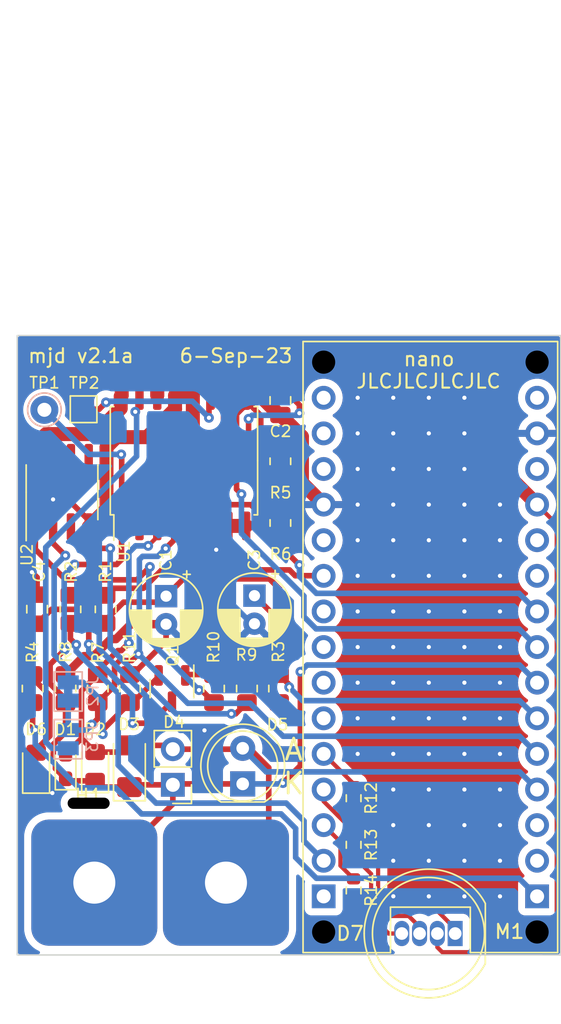
<source format=kicad_pcb>
(kicad_pcb (version 20221018) (generator pcbnew)
  (title_block (date "sam. 04 avril 2015"))
  (layers (0 "F.Cu" signal) (31 "B.Cu" signal) (34 "B.Paste" user) (35 "F.Paste" user) (36 "B.SilkS" user "B.Silkscreen") (37 "F.SilkS" user "F.Silkscreen") (38 "B.Mask" user) (39 "F.Mask" user) (44 "Edge.Cuts" user))
  (net 0 "")
  (net 1 "GND")
  (net 2 "/~{RESET}")
  (net 3 "Net-(JP2-A)")
  (net 4 "/*D9")
  (net 5 "/D8")
  (net 6 "/D7")
  (net 7 "/*D6")
  (net 8 "/*D5")
  (net 9 "/D4")
  (net 10 "+5V")
  (net 11 "/A3")
  (net 12 "/A2")
  (net 13 "/A1")
  (net 14 "/A0")
  (net 15 "/AREF")
  (net 16 "/D0{slash}RX")
  (net 17 "/D1{slash}TX")
  (net 18 "/A7")
  (net 19 "/A6")
  (net 20 "/A5{slash}SCL")
  (net 21 "/A4{slash}SDA")
  (net 22 "/D13{slash}SCK")
  (net 23 "/D2")
  (net 24 "/*D3")
  (net 25 "/*D10{slash}SS")
  (net 26 "/*D11{slash}MOSI")
  (net 27 "/D12{slash}MISO")
  (net 28 "Net-(D6-A)")
  (net 29 "+3.3V")
  (net 31 "Net-(U1-OSC)")
  (net 32 "Net-(JP3-A)")
  (net 33 "Net-(C3-Pad1)")
  (net 34 "Net-(Q1-B)")
  (net 35 "Net-(U2A-+)")
  (net 36 "Net-(R10-Pad2)")
  (net 40 "Net-(D7-RK)")
  (net 41 "Net-(D7-GK)")
  (net 42 "Net-(D7-BK)")
  (footprint "Resistor_SMD:R_0805_2012Metric_Pad1.20x1.40mm_HandSolder" (layer "F.Cu") (at 152.27 97.47 -90)
    (fp_text reference "R6")
    (fp_text value "10k")
  )
  (footprint "Resistor_SMD:R_0805_2012Metric_Pad1.20x1.40mm_HandSolder" (layer "F.Cu") (at 134.58 109.28 -90)
    (fp_text reference "R4")
    (fp_text value "1k")
  )
  (footprint "Package_SO:SOIC-16W_7.5x10.3mm_P1.27mm" (layer "F.Cu") (at 145.385 93.03 90)
    (fp_text reference "U1")
    (fp_text value "PCF8591")
  )
  (footprint "LED_SMD:LED_0805_2012Metric_Pad1.15x1.40mm_HandSolder" (layer "F.Cu") (at 134.83 114.88 90)
    (fp_text reference "D6")
    (fp_text value "GRN")
  )
  (footprint "Resistor_SMD:R_0805_2012Metric_Pad1.20x1.40mm_HandSolder" (layer "F.Cu") (at 149.88 109.28 90)
    (fp_text reference "R9")
    (fp_text value "2k7")
  )
  (footprint "Resistor_SMD:R_0805_2012Metric_Pad1.20x1.40mm_HandSolder" (layer "F.Cu") (at 152.27 93.07 90)
    (fp_text reference "R5")
    (fp_text value "10k")
  )
  (footprint "aalib:AlignmentSlot" (layer "F.Cu") (at 138.58 117.46)
    (fp_text reference "H1")
    (fp_text value "MountingHole")
  )
  (footprint "Resistor_SMD:R_0805_2012Metric_Pad1.20x1.40mm_HandSolder" (layer "F.Cu") (at 141.53 109.28 -90)
    (fp_text reference "R11")
    (fp_text value "1k")
  )
  (footprint "Resistor_SMD:R_0805_2012Metric_Pad1.20x1.40mm_HandSolder" (layer "F.Cu") (at 147.53 109.28 -90)
    (fp_text reference "R10")
    (fp_text value "470R")
  )
  (footprint "aalib:Arduino Mini" (layer "F.Cu") (at 162.98 106.32 180)
    (fp_text reference "M1")
    (fp_text value "Arduino_Mini")
  )
  (footprint "Package_TO_SOT_SMD:SOT-23" (layer "F.Cu") (at 144.53 109.28 -90)
    (fp_text reference "Q1")
    (fp_text value "MMBT3904")
  )
  (footprint "aalib:LED_D5.0mm" (layer "F.Cu") (at 149.58 116.08 90)
    (fp_text reference "D5")
    (fp_text value "GRN")
  )
  (footprint "TestPoint:TestPoint_Pad_1.5x1.5mm" (layer "F.Cu") (at 138.22 89.36 90)
    (fp_text reference "TP2")
    (fp_text value "TestPoint")
  )
  (footprint "Resistor_SMD:R_0603_1608Metric" (layer "F.Cu") (at 157.5 123.675 90)
    (fp_text reference "R14")
    (fp_text value "R")
  )
  (footprint "aalib:LED_D8.0mm-4_RGB" (layer "F.Cu") (at 164.75 126.75 180)
    (fp_text reference "D7")
    (fp_text value "LED_RAGB")
  )
  (footprint "LED_SMD:LED_0805_2012Metric_Pad1.15x1.40mm_HandSolder" (layer "F.Cu") (at 139.0425 114.837502 90)
    (fp_text reference "D2")
    (fp_text value "GRN")
  )
  (footprint "Resistor_SMD:R_0805_2012Metric_Pad1.20x1.40mm_HandSolder" (layer "F.Cu") (at 152.18 109.28 90)
    (fp_text reference "R3")
    (fp_text value "470R")
  )
  (footprint "Capacitor_THT:CP_Radial_D5.0mm_P2.00mm" (layer "F.Cu") (at 150.42 102.654888 -90)
    (fp_text reference "C3")
    (fp_text value "10u")
  )
  (footprint "Resistor_SMD:R_0805_2012Metric_Pad1.20x1.40mm_HandSolder" (layer "F.Cu") (at 139.23 109.28 -90)
    (fp_text reference "R7")
    (fp_text value "100R")
  )
  (footprint "Resistor_SMD:R_0603_1608Metric" (layer "F.Cu") (at 157.5 117.1 90)
    (fp_text reference "R12")
    (fp_text value "R")
  )
  (footprint "aalib:TestPad" (layer "F.Cu") (at 143.686018 123.121474)
    (fp_text reference "JP1" hide)
    (fp_text value "SolderJumper_2_Open")
  )
  (footprint "Capacitor_SMD:C_0805_2012Metric_Pad1.18x1.45mm_HandSolder" (layer "F.Cu") (at 152.27 88.73 -90)
    (fp_text reference "C2")
    (fp_text value "100n")
  )
  (footprint "LED_SMD:LED_1206_3216Metric_Pad1.42x1.75mm_HandSolder" (layer "F.Cu") (at 141.4925 114.82 90)
    (fp_text reference "D3")
    (fp_text value "GRN")
  )
  (footprint "Connector_PinHeader_2.54mm:PinHeader_1x02_P2.54mm_Vertical" (layer "F.Cu") (at 144.5925 116.145 180)
    (fp_text reference "D4")
    (fp_text value "GRN")
  )
  (footprint "LED_SMD:LED_0603_1608Metric_Pad1.05x0.95mm_HandSolder" (layer "F.Cu") (at 136.936018 114.837502 90)
    (fp_text reference "D1")
    (fp_text value "GRN")
  )
  (footprint "Capacitor_SMD:C_0805_2012Metric_Pad1.18x1.45mm_HandSolder" (layer "F.Cu") (at 134.9 103.62 90)
    (fp_text reference "C4")
    (fp_text value "100n")
  )
  (footprint "Capacitor_THT:CP_Radial_D5.0mm_P2.00mm" (layer "F.Cu") (at 144.11 102.69 -90)
    (fp_text reference "C1")
    (fp_text value "10u")
  )
  (footprint "Resistor_SMD:R_0805_2012Metric_Pad1.20x1.40mm_HandSolder" (layer "F.Cu") (at 137.28 103.63 90)
    (fp_text reference "R2")
    (fp_text value "470R")
  )
  (footprint "Resistor_SMD:R_0805_2012Metric_Pad1.20x1.40mm_HandSolder" (layer "F.Cu") (at 139.7925 103.63 -90)
    (fp_text reference "R1")
    (fp_text value "470R")
  )
  (footprint "Resistor_SMD:R_0805_2012Metric_Pad1.20x1.40mm_HandSolder" (layer "F.Cu") (at 136.93 109.28 90)
    (fp_text reference "R8")
    (fp_text value "4R7")
  )
  (footprint "Resistor_SMD:R_0603_1608Metric" (layer "F.Cu") (at 157.5 120.425 90)
    (fp_text reference "R13")
    (fp_text value "R")
  )
  (footprint "Package_SO:SOIC-8_3.9x4.9mm_P1.27mm" (layer "F.Cu") (at 136.68 95.28 90)
    (fp_text reference "U2")
    (fp_text value "LMV358")
  )
  (footprint "TestPoint:TestPoint_THTPad_D2.0mm_Drill1.0mm" (layer "B.Cu") (at 135.42 89.4 180)
    (fp_text reference "TP1")
    (fp_text value "TestPoint")
  )
  (footprint "Jumper:SolderJumper-2_P1.3mm_Open_Pad1.0x1.5mm" (layer "B.Cu") (at 137.12 112.89 90)
    (fp_text reference "JP3")
    (fp_text value "SolderJumper_2_Open")
  )
  (footprint "Jumper:SolderJumper-2_P1.3mm_Bridged_Pad1.0x1.5mm" (layer "B.Cu") (at 137.12 109.49 -90)
    (fp_text reference "JP2")
    (fp_text value "SolderJumper_2_Bridged")
  )
  (gr_rect (start 133.48 84.1) (end 172.28 128.28) (stroke (width 0.1)) (fill none) (layer "Edge.Cuts"))
  (gr_text "nano" (at 160.98 86.36) (layer "F.SilkS") (effects (font (size 1 1)) (justify left bottom)))
  (gr_text "mjd v2.1a" (at 138.03 85.55) (layer "F.SilkS") (effects (font (size 1 1))))
  (gr_text "JLCJLCJLCJLC" (at 162.85 87.36) (layer "F.SilkS") (effects (font (size 1 1))))
  (gr_text "A\nK" (at 153.22 114.84) (layer "F.SilkS") (effects (font (size 1.5 1.5) (thickness 0.2))))
  (gr_text "6-Sep-23" (at 149.1 85.55) (layer "F.SilkS") (effects (font (size 1 1))))
  (segment (start 146.02 87.422918) (end 146.02 88.38) (width 1) (layer "F.Cu") (net 1))
  (segment (start 153.81 94.6) (end 153.81 91.3075) (width 1) (layer "F.Cu") (net 1))
  (segment (start 141.53 108.28) (end 141.726009 108.28) (width 0.4) (layer "F.Cu") (net 1))
  (segment (start 138.936037 106.97) (end 138.24 106.97) (width 0.6) (layer "F.Cu") (net 1))
  (segment (start 147.69 98.08) (end 147.29 97.68) (width 1) (layer "F.Cu") (net 1))
  (segment (start 155.36 96.15) (end 153.81 94.6) (width 1) (layer "F.Cu") (net 1))
  (segment (start 140.53431 105.748851) (end 140.157186 105.748851) (width 0.6) (layer "F.Cu") (net 1))
  (segment (start 140.157186 105.748851) (end 138.936037 106.97) (width 0.6) (layer "F.Cu") (net 1))
  (segment (start 150.83 88.408503) (end 150.83 87.152918) (width 1) (layer "F.Cu") (net 1))
  (segment (start 146.787918 86.655) (end 146.02 87.422918) (width 1) (layer "F.Cu") (net 1))
  (segment (start 148.56 97.68) (end 149.83 97.68) (width 1) (layer "F.Cu") (net 1))
  (segment (start 134.9 102.5825) (end 134.9 101.35) (width 0.4) (layer "F.Cu") (net 1))
  (segment (start 152.188997 89.7675) (end 150.83 88.408503) (width 1) (layer "F.Cu") (net 1))
  (segment (start 146.02 97.68) (end 147.29 97.68) (width 1) (layer "F.Cu") (net 1))
  (segment (start 134.83 115.905) (end 135.655 116.73) (width 0.4) (layer "F.Cu") (net 1))
  (segment (start 144.75 89.35) (end 144.75 88.38) (width 1) (layer "F.Cu") (net 1))
  (segment (start 146.02 88.38) (end 146.02 97.68) (width 1) (layer "F.Cu") (net 1))
  (segment (start 134.9 101.35) (end 134.53 100.98) (width 0.4) (layer "F.Cu") (net 1))
  (segment (start 138.585 97.755) (end 138.585 97.272183) (width 0.4) (layer "F.Cu") (net 1))
  (segment (start 135.655 116.73) (end 135.99 116.73) (width 0.4) (layer "F.Cu") (net 1))
  (segment (start 141.726009 108.28) (end 144.11 105.896009) (width 0.4) (layer "F.Cu") (net 1))
  (segment (start 147.29 97.68) (end 148.56 97.68) (width 1) (layer "F.Cu") (net 1))
  (segment (start 147.69 99.38) (end 147.69 98.08) (width 1) (layer "F.Cu") (net 1))
  (segment (start 153.81 91.3075) (end 152.27 89.7675) (width 1) (layer "F.Cu") (net 1))
  (segment (start 150.83 87.152918) (end 150.332082 86.655) (width 1) (layer "F.Cu") (net 1))
  (segment (start 142.75 91.35) (end 144.75 89.35) (width 1) (layer "F.Cu") (net 1))
  (segment (start 138.585 97.272183) (end 137.102817 95.79) (width 0.4) (layer "F.Cu") (net 1))
  (segment (start 144.11 104.69) (end 141.593161 104.69) (width 0.6) (layer "F.Cu") (net 1))
  (segment (start 144.11 105.896009) (end 144.11 104.69) (width 0.4) (layer "F.Cu") (net 1))
  (segment (start 137.102817 95.79) (end 136.04 95.79) (width 0.4) (layer "F.Cu") (net 1))
  (segment (start 141.593161 104.69) (end 140.53431 105.748851) (width 0.6) (layer "F.Cu") (net 1))
  (segment (start 139.854669 92.065075) (end 140.569744 91.35) (width 1) (layer "F.Cu") (net 1))
  (segment (start 140.569744 91.35) (end 142.75 91.35) (width 1) (layer "F.Cu") (net 1))
  (segment (start 152.27 89.7675) (end 152.188997 89.7675) (width 1) (layer "F.Cu") (net 1))
  (segment (start 138.585 97.755) (end 139.854669 96.485331) (width 1) (layer "F.Cu") (net 1))
  (segment (start 138.24 106.97) (end 136.93 108.28) (width 0.6) (layer "F.Cu") (net 1))
  (segment (start 144.75 88.38) (end 146.02 88.38) (width 1) (layer "F.Cu") (net 1))
  (segment (start 150.332082 86.655) (end 146.787918 86.655) (width 1) (layer "F.Cu") (net 1))
  (segment (start 139.854669 96.485331) (end 139.854669 92.065075) (width 1) (layer "F.Cu") (net 1))
  (via (at 167.95 111.4) (size 0.7) (drill 0.3) (layers "F.Cu" "B.Cu") (net 1))
  (via (at 165.41 93.62) (size 0.7) (drill 0.3) (layers "F.Cu" "B.Cu") (net 1))
  (via (at 134.53 100.98) (size 0.7) (drill 0.3) (layers "F.Cu" "B.Cu") (net 1))
  (via (at 167.95 103.78) (size 0.7) (drill 0.3) (layers "F.Cu" "B.Cu") (net 1))
  (via (at 162.87 103.78) (size 0.7) (drill 0.3) (layers "F.Cu" "B.Cu") (net 1))
  (via (at 165.41 98.7) (size 0.7) (drill 0.3) (layers "F.Cu" "B.Cu") (net 1))
  (via (at 162.87 101.24) (size 0.7) (drill 0.3) (layers "F.Cu" "B.Cu") (net 1))
  (via (at 146.85 112.26) (size 0.7) (drill 0.3) (layers "F.Cu" "B.Cu") (net 1))
  (via (at 160.33 106.32) (size 0.7) (drill 0.3) (layers "F.Cu" "B.Cu") (net 1))
  (via (at 165.41 124.1) (size 0.7) (drill 0.3) (layers "F.Cu" "B.Cu") (net 1))
  (via (at 165.41 121.56) (size 0.7) (drill 0.3) (layers "F.Cu" "B.Cu") (net 1))
  (via (at 160.33 98.7) (size 0.7) (drill 0.3) (layers "F.Cu" "B.Cu") (net 1))
  (via (at 136.04 95.79) (size 0.7) (drill 0.3) (layers "F.Cu" "B.Cu") (net 1))
  (via (at 147.69 99.38) (size 0.7) (drill 0.3) (layers "F.Cu" "B.Cu") (net 1))
  (via (at 157.79 103.78) (size 0.7) (drill 0.3) (layers "F.Cu" "B.Cu") (net 1))
  (via (at 162.87 111.4) (size 0.7) (drill 0.3) (layers "F.Cu" "B.Cu") (net 1))
  (via (at 162.87 116.48) (size 0.7) (drill 0.3) (layers "F.Cu" "B.Cu") (net 1))
  (via (at 167.95 108.86) (size 0.7) (drill 0.3) (layers "F.Cu" "B.Cu") (net 1))
  (via (at 160.33 121.56) (size 0.7) (drill 0.3) (layers "F.Cu" "B.Cu") (net 1))
  (via (at 162.87 88.54) (size 0.7) (drill 0.3) (layers "F.Cu" "B.Cu") (net 1))
  (via (at 162.87 124.1) (size 0.7) (drill 0.3) (layers "F.Cu" "B.Cu") (net 1))
  (via (at 162.87 93.62) (size 0.7) (drill 0.3) (layers "F.Cu" "B.Cu") (net 1))
  (via (at 162.87 113.94) (size 0.7) (drill 0.3) (layers "F.Cu" "B.Cu") (net 1))
  (via (at 167.95 121.56) (size 0.7) (drill 0.3) (layers "F.Cu" "B.Cu") (net 1))
  (via (at 162.87 98.7) (size 0.7) (drill 0.3) (layers "F.Cu" "B.Cu") (net 1))
  (via (at 160.33 116.48) (size 0.7) (drill 0.3) (layers "F.Cu" "B.Cu") (net 1))
  (via (at 160.33 96.16) (size 0.7) (drill 0.3) (layers "F.Cu" "B.Cu") (net 1))
  (via (at 160.334975 124.095025) (size 0.7) (drill 0.3) (layers "F.Cu" "B.Cu") (net 1))
  (via (at 160.33 101.24) (size 0.7) (drill 0.3) (layers "F.Cu" "B.Cu") (net 1))
  (via (at 167.95 116.48) (size 0.7) (drill 0.3) (layers "F.Cu" "B.Cu") (net 1))
  (via (at 157.79 106.32) (size 0.7) (drill 0.3) (layers "F.Cu" "B.Cu") (net 1))
  (via (at 167.95 113.94) (size 0.7) (drill 0.3) (layers "F.Cu" "B.Cu") (net 1))
  (via (at 165.41 96.16) (size 0.7) (drill 0.3) (layers "F.Cu" "B.Cu") (net 1))
  (via (at 162.87 91.08) (size 0.7) (drill 0.3) (layers "F.Cu" "B.Cu") (net 1))
  (via (at 160.33 119.02) (size 0.7) (drill 0.3) (layers "F.Cu" "B.Cu") (net 1))
  (via (at 167.95 96.16) (size 0.7) (drill 0.3) (layers "F.Cu" "B.Cu") (net 1))
  (via (at 167.95 119.02) (size 0.7) (drill 0.3) (layers "F.Cu" "B.Cu") (net 1))
  (via (at 165.41 119.02) (size 0.7) (drill 0.3) (layers "F.Cu" "B.Cu") (net 1))
  (via (at 160.33 113.94) (size 0.7) (drill 0.3) (layers "F.Cu" "B.Cu") (net 1))
  (via (at 160.33 111.4) (size 0.7) (drill 0.3) (layers "F.Cu" "B.Cu") (net 1))
  (via (at 160.33 93.62) (size 0.7) (drill 0.3) (layers "F.Cu" "B.Cu") (net 1))
  (via (at 162.87 106.32) (size 0.7) (drill 0.3) (layers "F.Cu" "B.Cu") (net 1))
  (via (at 167.95 106.32) (size 0.7) (drill 0.3) (layers "F.Cu" "B.Cu") (net 1))
  (via (at 165.41 103.78) (size 0.7) (drill 0.3) (layers "F.Cu" "B.Cu") (net 1))
  (via (at 157.79 113.94) (size 0.7) (drill 0.3) (layers "F.Cu" "B.Cu") (net 1))
  (via (at 165.41 108.86) (size 0.7) (drill 0.3) (layers "F.Cu" "B.Cu") (net 1))
  (via (at 162.87 119.02) (size 0.7) (drill 0.3) (layers "F.Cu" "B.Cu") (net 1))
  (via (at 162.87 108.86) (size 0.7) (drill 0.3) (layers "F.Cu" "B.Cu") (net 1))
  (via (at 157.79 93.62) (size 0.7) (drill 0.3) (layers "F.Cu" "B.Cu") (net 1))
  (via (at 165.41 116.48) (size 0.7) (drill 0.3) (layers "F.Cu" "B.Cu") (net 1))
  (via (at 157.79 91.08) (size 0.7) (drill 0.3) (layers "F.Cu" "B.Cu") (net 1))
  (via (at 167.95 98.7) (size 0.7) (drill 0.3) (layers "F.Cu" "B.Cu") (net 1))
  (via (at 165.41 91.08) (size 0.7) (drill 0.3) (layers "F.Cu" "B.Cu") (net 1))
  (via (at 160.33 108.86) (size 0.7) (drill 0.3) (layers "F.Cu" "B.Cu") (net 1))
  (via (at 162.87 121.56) (size 0.7) (drill 0.3) (layers "F.Cu" "B.Cu") (net 1))
  (via (at 165.41 113.94) (size 0.7) (drill 0.3) (layers "F.Cu" "B.Cu") (net 1))
  (via (at 167.95 124.1) (size 0.7) (drill 0.3) (layers "F.Cu" "B.Cu") (net 1))
  (via (at 162.87 96.16) (size 0.7) (drill 0.3) (layers "F.Cu" "B.Cu") (net 1))
  (via (at 165.41 106.32) (size 0.7) (drill 0.3) (layers "F.Cu" "B.Cu") (net 1))
  (via (at 157.79 98.7) (size 0.7) (drill 0.3) (layers "F.Cu" "B.Cu") (net 1))
  (via (at 160.33 103.78) (size 0.7) (drill 0.3) (layers "F.Cu" "B.Cu") (net 1))
  (via (at 165.41 88.54) (size 0.7) (drill 0.3) (layers "F.Cu" "B.Cu") (net 1))
  (via (at 160.33 91.08) (size 0.7) (drill 0.3) (layers "F.Cu" "B.Cu") (net 1))
  (via (at 157.79 96.16) (size 0.7) (drill 0.3) (layers "F.Cu" "B.Cu") (net 1))
  (via (at 160.33 88.54) (size 0.7) (drill 0.3) (layers "F.Cu" "B.Cu") (net 1))
  (via (at 157.79 88.54) (size 0.7) (drill 0.3) (layers "F.Cu" "B.Cu") (net 1))
  (via (at 135.99 116.73) (size 0.7) (drill 0.3) (layers "F.Cu" "B.Cu") (net 1))
  (via (at 157.79 111.4) (size 0.7) (drill 0.3) (layers "F.Cu" "B.Cu") (net 1))
  (via (at 157.79 101.24) (size 0.7) (drill 0.3) (layers "F.Cu" "B.Cu") (net 1))
  (via (at 157.79 108.86) (size 0.7) (drill 0.3) (layers "F.Cu" "B.Cu") (net 1))
  (via (at 165.41 111.4) (size 0.7) (drill 0.3) (layers "F.Cu" "B.Cu") (net 1))
  (via (at 167.95 101.24) (size 0.7) (drill 0.3) (layers "F.Cu" "B.Cu") (net 1))
  (via (at 165.41 101.24) (size 0.7) (drill 0.3) (layers "F.Cu" "B.Cu") (net 1))
  (segment (start 146.85 112.26) (end 145.13 112.26) (width 0.4) (layer "B.Cu") (net 1))
  (segment (start 139.34 106.47) (end 139.34 98.71) (width 0.4) (layer "B.Cu") (net 1))
  (segment (start 145.13 112.26) (end 139.34 106.47) (width 0.4) (layer "B.Cu") (net 1))
  (segment (start 147.69 99.38) (end 147.69 102.12) (width 0.4) (layer "B.Cu") (net 1))
  (segment (start 150.224888 104.654888) (end 150.42 104.654888) (width 0.4) (layer "B.Cu") (net 1))
  (segment (start 146.45 98.14) (end 147.69 99.38) (width 0.4) (layer "B.Cu") (net 1))
  (segment (start 134.55 97.28) (end 136.04 95.79) (width 0.4) (layer "B.Cu") (net 1))
  (segment (start 145.44 105.72) (end 149.354888 105.72) (width 0.4) (layer "B.Cu") (net 1))
  (segment (start 134.55 100.96) (end 134.55 97.28) (width 0.4) (layer "B.Cu") (net 1))
  (segment (start 139.91 98.14) (end 146.45 98.14) (width 0.4) (layer "B.Cu") (net 1))
  (segment (start 134.53 100.98) (end 134.55 100.96) (width 0.4) (layer "B.Cu") (net 1))
  (segment (start 139.34 98.71) (end 139.91 98.14) (width 0.4) (layer "B.Cu") (net 1))
  (segment (start 149.354888 105.72) (end 150.42 104.654888) (width 0.4) (layer "B.Cu") (net 1))
  (segment (start 147.69 102.12) (end 150.224888 104.654888) (width 0.4) (layer "B.Cu") (net 1))
  (segment (start 139.59 112.22) (end 139.59 112.53) (width 0.4) (layer "F.Cu") (net 3))
  (segment (start 141.53 110.28) (end 141.74 110.28) (width 0.4) (layer "F.Cu") (net 3))
  (segment (start 136.045 98.921316) (end 136.915554 99.79187) (width 0.4) (layer "F.Cu") (net 3))
  (segment (start 143.58 108.44) (end 143.58 108.3425) (width 0.4) (layer "F.Cu") (net 3))
  (segment (start 136.045 97.755) (end 136.045 98.921316) (width 0.4) (layer "F.Cu") (net 3))
  (segment (start 141.74 110.28) (end 143.58 108.44) (width 0.4) (layer "F.Cu") (net 3))
  (segment (start 141.53 110.28) (end 139.59 112.22) (width 0.4) (layer "F.Cu") (net 3))
  (via (at 139.59 112.53) (size 0.7) (drill 0.3) (layers "F.Cu" "B.Cu") (net 3))
  (via (at 136.915554 99.79187) (size 0.7) (drill 0.3) (layers "F.Cu" "B.Cu") (net 3))
  (segment (start 137.12 108.84) (end 137.12 107.862687) (width 0.4) (layer "B.Cu") (net 3))
  (segment (start 138.182944 108.84) (end 139.59 110.247056) (width 0.4) (layer "B.Cu") (net 3))
  (segment (start 136.118294 106.860981) (end 136.118294 100.58913) (width 0.4) (layer "B.Cu") (net 3))
  (segment (start 137.12 107.862687) (end 136.118294 106.860981) (width 0.4) (layer "B.Cu") (net 3))
  (segment (start 137.12 108.84) (end 138.182944 108.84) (width 0.4) (layer "B.Cu") (net 3))
  (segment (start 136.118294 100.58913) (end 136.915554 99.79187) (width 0.4) (layer "B.Cu") (net 3))
  (segment (start 139.59 110.247056) (end 139.59 112.53) (width 0.4) (layer "B.Cu") (net 3))
  (segment (start 155.36 116.48) (end 155.36 117.322943) (width 0.3) (layer "F.Cu") (net 4))
  (segment (start 155.36 117.322943) (end 157.5 119.462943) (width 0.3) (layer "F.Cu") (net 4))
  (segment (start 157.5 119.462943) (end 157.5 119.6) (width 0.3) (layer "F.Cu") (net 4))
  (segment (start 157.5 116.08) (end 157.5 116.275) (width 0.3) (layer "F.Cu") (net 5))
  (segment (start 155.36 113.94) (end 157.5 116.08) (width 0.3) (layer "F.Cu") (net 5))
  (segment (start 139.042944 91.13) (end 135.542918 91.13) (width 1) (layer "F.Cu") (net 10))
  (segment (start 143.48 87.422918) (end 142.712082 86.655) (width 1) (layer "F.Cu") (net 10))
  (segment (start 133.73 103.28) (end 133.73 93.85) (width 0.4) (layer "F.Cu") (net 10))
  (segment (start 163.83 128.08) (end 170.92 128.08) (width 0.3) (layer "F.Cu") (net 10))
  (segment (start 153.628713 89.051213) (end 153.628713 89.641287) (width 0.4) (layer "F.Cu") (net 10))
  (segment (start 143.48 87.152918) (end 143.48 88.38) (width 1) (layer "F.Cu") (net 10))
  (segment (start 142.712082 86.655) (end 141.707918 86.655) (width 1) (layer "F.Cu") (net 10))
  (segment (start 144.53 110.2175) (end 142.996696 111.750804) (width 0.4) (layer "F.Cu") (net 10))
  (segment (start 152.27 94.07) (end 152.27 96.47) (width 0.4) (layer "F.Cu") (net 10))
  (segment (start 140.868783 88.451217) (end 140.868783 89.304161) (width 1) (layer "F.Cu") (net 10))
  (segment (start 134.9 104.6575) (end 135.9275 103.63) (width 0.4) (layer "F.Cu") (net 10))
  (segment (start 170.6 96.16) (end 172 97.56) (width 0.3) (layer "F.Cu") (net 10))
  (segment (start 163.48 126.75) (end 163.48 127.73) (width 0.3) (layer "F.Cu") (net 10))
  (segment (start 134.9 104.45) (end 133.73 103.28) (width 0.4) (layer "F.Cu") (net 10))
  (segment (start 135.542918 91.13) (end 134.775 91.897918) (width 1) (layer "F.Cu") (net 10))
  (segment (start 172 127) (end 170.92 128.08) (width 0.3) (layer "F.Cu") (net 10))
  (segment (start 140.94 88.38) (end 140.868783 88.451217) (width 1) (layer "F.Cu") (net 10))
  (segment (start 168.68 94.23) (end 170.6 96.15) (width 1) (layer "F.Cu") (net 10))
  (segment (start 168.68 87.01) (end 168.68 94.23) (width 1) (layer "F.Cu") (net 10))
  (segment (start 141.707918 86.655) (end 140.94 87.422918) (width 1) (layer "F.Cu") (net 10))
  (segment (start 134.9 104.6575) (end 134.9 104.45) (width 0.4) (layer "F.Cu") (net 10))
  (segment (start 150.744138 85.37) (end 151.464138 84.65) (width 1) (layer "F.Cu") (net 10))
  (segment (start 133.73 93.85) (end 134.775 92.805) (width 0.4) (layer "F.Cu") (net 10))
  (segment (start 140.868783 89.304161) (end 139.042944 91.13) (width 1) (layer "F.Cu") (net 10))
  (segment (start 150 91.8) (end 150 90.04) (width 0.4) (layer "F.Cu") (net 10))
  (segment (start 166.32 84.65) (end 168.68 87.01) (width 1) (layer "F.Cu") (net 10))
  (segment (start 152.27 94.07) (end 150 91.8) (width 0.4) (layer "F.Cu") (net 10))
  (segment (start 145.262918 85.37) (end 143.48 87.152918) (width 1) (layer "F.Cu") (net 10))
  (segment (start 138.03 103.63) (end 138.590251 104.190251) (width 0.4) (layer "F.Cu") (net 10))
  (segment (start 152.27 86.895862) (end 152.27 87.6925) (width 1) (layer "F.Cu") (net 10))
  (segment (start 142.996696 111.750804) (end 141.71 111.750804) (width 0.4) (layer "F.Cu") (net 10))
  (segment (start 152.27 87.6925) (end 153.628713 89.051213) (width 0.4) (layer "F.Cu") (net 10))
  (segment (start 134.775 91.897918) (end 134.775 92.805) (width 1) (layer "F.Cu") (net 10))
  (segment (start 152.27 86.895862) (end 150.744138 85.37) (width 1) (layer "F.Cu") (net 10))
  (segment (start 150.744138 85.37) (end 145.262918 85.37) (width 1) (layer "F.Cu") (net 10))
  (segment (start 140.94 87.422918) (end 140.94 88.38) (width 1) (layer "F.Cu") (net 10))
  (segment (start 172 97.56) (end 172 127) (width 0.3) (layer "F.Cu") (net 10))
  (segment (start 163.48 127.73) (end 163.83 128.08) (width 0.3) (layer "F.Cu") (net 10))
  (segment (start 138.590251 104.190251) (end 138.590251 106.113704) (width 0.4) (layer "F.Cu") (net 10))
  (segment (start 135.9275 103.63) (end 138.03 103.63) (width 0.4) (layer "F.Cu") (net 10))
  (segment (start 151.464138 84.65) (end 166.32 84.65) (width 1) (layer "F.Cu") (net 10))
  (segment (start 143.48 88.38) (end 143.48 87.422918) (width 1) (layer "F.Cu") (net 10))
  (via (at 138.590251 106.113704) (size 0.7) (drill 0.3) (layers "F.Cu" "B.Cu") (net 10))
  (via (at 150 90.04) (size 0.7) (drill 0.3) (layers "F.Cu" "B.Cu") (net 10))
  (via (at 153.628713 89.641287) (size 0.7) (drill 0.3) (layers "F.Cu" "B.Cu") (net 10))
  (via (at 141.71 111.750804) (size 0.7) (drill 0.3) (layers "F.Cu" "B.Cu") (net 10))
  (segment (start 150.25 89.79) (end 150 90.04) (width 0.4) (layer "B.Cu") (net 10))
  (segment (start 153.48 89.79) (end 150.25 89.79) (width 0.4) (layer "B.Cu") (net 10))
  (segment (start 141.71 109.791472) (end 138.590251 106.671723) (width 0.4) (layer "B.Cu") (net 10))
  (segment (start 138.590251 106.671723) (end 138.590251 106.113704) (width 0.4) (layer "B.Cu") (net 10))
  (segment (start 141.71 111.750804) (end 141.71 109.791472) (width 0.4) (layer "B.Cu") (net 10))
  (segment (start 153.628713 89.641287) (end 153.48 89.79) (width 0.4) (layer "B.Cu") (net 10))
  (segment (start 136.061018 114.510357) (end 136.061018 113.258171) (width 0.4) (layer "F.Cu") (net 11))
  (segment (start 140.93 100.077725) (end 140.577725 100.43) (width 0.4) (layer "F.Cu") (net 11))
  (segment (start 141.655 116.145) (end 141.4925 116.3075) (width 0.4) (layer "F.Cu") (net 11))
  (segment (start 144.5925 117.514992) (end 138.986018 123.121474) (width 0.4) (layer "F.Cu") (net 11))
  (segment (start 149.58 116.08) (end 144.6575 116.08) (width 0.4) (layer "F.Cu") (net 11))
  (segment (start 140.94 92.615331) (end 140.904669 92.58) (width 0.4) (layer "F.Cu") (net 11))
  (segment (start 136.21 114.986484) (end 136.21 114.659339) (width 0.4) (layer "F.Cu") (net 11))
  (segment (start 140.93 97.69) (end 140.93 100.077725) (width 0.4) (layer "F.Cu") (net 11))
  (segment (start 141.4925 116.3075) (end 139.487498 116.3075) (width 0.4) (layer "F.Cu") (net 11))
  (segment (start 140.577725 100.43) (end 137.57 100.43) (width 0.4) (layer "F.Cu") (net 11))
  (segment (start 144.6575 116.08) (end 144.5925 116.145) (width 0.4) (layer "F.Cu") (net 11))
  (segment (start 136.936018 115.712502) (end 136.21 114.986484) (width 0.4) (layer "F.Cu") (net 11))
  (segment (start 136.21 114.659339) (end 136.061018 114.510357) (width 0.4) (layer "F.Cu") (net 11))
  (segment (start 140.94 97.68) (end 140.94 92.615331) (width 0.4) (layer "F.Cu") (net 11))
  (segment (start 153.7 108.08) (end 153.7 114.77) (width 0.4) (layer "F.Cu") (net 11))
  (segment (start 135.83 107.554384) (end 136.868294 106.51609) (width 0.4) (layer "F.Cu") (net 11))
  (segment (start 139.0425 115.862502) (end 137.086018 115.862502) (width 0.4) (layer "F.Cu") (net 11))
  (segment (start 137.086018 115.862502) (end 136.936018 115.712502) (width 0.4) (layer "F.Cu") (net 11))
  (segment (start 144.5925 116.145) (end 144.5925 117.514992) (width 0.4) (layer "F.Cu") (net 11))
  (segment (start 153.7 114.77) (end 152.45 116.02) (width 0.4) (layer "F.Cu") (net 11))
  (segment (start 135.83 108.94) (end 135.83 107.554384) (width 0.4) (layer "F.Cu") (net 11))
  (segment (start 144.5925 116.145) (end 141.655 116.145) (width 0.4) (layer "F.Cu") (net 11))
  (segment (start 136.93 112.389189) (end 136.93 110.28) (width 0.4) (layer "F.Cu") (net 11))
  (segment (start 136.93 110.04) (end 135.83 108.94) (width 0.4) (layer "F.Cu") (net 11))
  (segment (start 140.94 97.68) (end 140.93 97.69) (width 0.4) (layer "F.Cu") (net 11))
  (segment (start 139.487498 116.3075) (end 139.0425 115.862502) (width 0.4) (layer "F.Cu") (net 11))
  (segment (start 136.93 110.28) (end 136.93 110.04) (width 0.4) (layer "F.Cu") (net 11))
  (segment (start 136.061018 113.258171) (end 136.93 112.389189) (width 0.4) (layer "F.Cu") (net 11))
  (via (at 136.868294 106.51609) (size 0.7) (drill 0.3) (layers "F.Cu" "B.Cu") (net 11))
  (via (at 152.45 116.02) (size 0.7) (drill 0.3) (layers "F.Cu" "B.Cu") (net 11))
  (via (at 137.57 100.43) (size 0.7) (drill 0.3) (layers "F.Cu" "B.Cu") (net 11))
  (via (at 153.7 108.08) (size 0.7) (drill 0.3) (layers "F.Cu" "B.Cu") (net 11))
  (via (at 140.904669 92.58) (size 0.7) (drill 0.3) (layers "F.Cu" "B.Cu") (net 11))
  (segment (start 170.6 108.85) (end 169.35 107.6) (width 0.4) (layer "B.Cu") (net 11))
  (segment (start 149.58 116.08) (end 152.39 116.08) (width 0.4) (layer "B.Cu") (net 11))
  (segment (start 152.39 116.08) (end 152.45 116.02) (width 0.4) (layer "B.Cu") (net 11))
  (segment (start 137.57 100.43) (end 136.834061 101.165939) (width 0.4) (layer "B.Cu") (net 11))
  (segment (start 154.18 107.6) (end 153.7 108.08) (width 0.4) (layer "B.Cu") (net 11))
  (segment (start 135.42 89.4) (end 138.6 92.58) (width 0.4) (layer "B.Cu") (net 11))
  (segment (start 136.834061 106.481857) (end 136.868294 106.51609) (width 0.4) (layer "B.Cu") (net 11))
  (segment (start 138.6 92.58) (end 140.904669 92.58) (width 0.4) (layer "B.Cu") (net 11))
  (segment (start 169.35 107.6) (end 154.18 107.6) (width 0.4) (layer "B.Cu") (net 11))
  (segment (start 136.834061 101.165939) (end 136.834061 106.481857) (width 0.4) (layer "B.Cu") (net 11))
  (segment (start 152.900672 109.000672) (end 152.900672 109.175166) (width 0.4) (layer "F.Cu") (net 12))
  (segment (start 152.18 108.28) (end 152.900672 109.000672) (width 0.4) (layer "F.Cu") (net 12))
  (segment (start 143.68 103.12) (end 144.11 102.69) (width 0.4) (layer "F.Cu") (net 12))
  (segment (start 151.484888 101.454888) (end 152.22 102.19) (width 0.4) (layer "F.Cu") (net 12))
  (segment (start 137.878528 102.63) (end 139.7925 104.543972) (width 0.4) (layer "F.Cu") (net 12))
  (segment (start 152.22 108.24) (end 152.18 108.28) (width 0.4) (layer "F.Cu") (net 12))
  (segment (start 137.28 102.63) (end 137.878528 102.63) (width 0.4) (layer "F.Cu") (net 12))
  (segment (start 139.7925 104.543972) (end 139.7925 104.63) (width 0.4) (layer "F.Cu") (net 12))
  (segment (start 139.7925 104.3975) (end 141.07 103.12) (width 0.4) (layer "F.Cu") (net 12))
  (segment (start 139.7925 104.63) (end 139.7925 104.3975) (width 0.4) (layer "F.Cu") (net 12))
  (segment (start 144.11 102.69) (end 145.345112 101.454888) (width 0.4) (layer "F.Cu") (net 12))
  (segment (start 152.22 102.19) (end 152.22 108.24) (width 0.4) (layer "F.Cu") (net 12))
  (segment (start 141.07 103.12) (end 143.68 103.12) (width 0.4) (layer "F.Cu") (net 12))
  (segment (start 145.345112 101.454888) (end 151.484888 101.454888) (width 0.4) (layer "F.Cu") (net 12))
  (via (at 152.900672 109.175166) (size 0.7) (drill 0.3) (layers "F.Cu" "B.Cu") (net 12))
  (segment (start 170.6 111.39) (end 169.350661 110.140661) (width 0.4) (layer "B.Cu") (net 12))
  (segment (start 152.900672 109.180672) (end 152.900672 109.175166) (width 0.4) (layer "B.Cu") (net 12))
  (segment (start 153.860661 110.140661) (end 152.900672 109.180672) (width 0.4) (layer "B.Cu") (net 12))
  (segment (start 169.350661 110.140661) (end 153.860661 110.140661) (width 0.4) (layer "B.Cu") (net 12))
  (segment (start 144.75 97.68) (end 144.75 98.62) (width 0.4) (layer "F.Cu") (net 13))
  (segment (start 139.23 110.28) (end 139.23 111.432452) (width 0.4) (layer "F.Cu") (net 13))
  (segment (start 142.21 97.147183) (end 143.102183 96.255) (width 0.4) (layer "F.Cu") (net 13))
  (segment (start 140.43 109.08) (end 140.43 107.658477) (width 0.4) (layer "F.Cu") (net 13))
  (segment (start 140.43 107.658477) (end 140.808477 107.28) (width 0.4) (layer "F.Cu") (net 13))
  (segment (start 144.75 97.045) (end 144.75 97.68) (width 0.4) (layer "F.Cu") (net 13))
  (segment (start 142.21 97.68) (end 142.21 97.147183) (width 0.4) (layer "F.Cu") (net 13))
  (segment (start 143.96 96.255) (end 144.75 97.045) (width 0.4) (layer "F.Cu") (net 13))
  (segment (start 143.102183 96.255) (end 143.96 96.255) (width 0.4) (layer "F.Cu") (net 13))
  (segment (start 140.808477 107.28) (end 141.665348 107.28) (width 0.4) (layer "F.Cu") (net 13))
  (segment (start 144.75 98.62) (end 144.08 99.29) (width 0.4) (layer "F.Cu") (net 13))
  (segment (start 141.665348 107.28) (end 142.137091 106.808257) (width 0.4) (layer "F.Cu") (net 13))
  (segment (start 139.23 111.432452) (end 138.820002 111.84245) (width 0.4) (layer "F.Cu") (net 13))
  (segment (start 139.23 110.28) (end 140.43 109.08) (width 0.4) (layer "F.Cu") (net 13))
  (via (at 144.08 99.29) (size 0.7) (drill 0.3) (layers "F.Cu" "B.Cu") (net 13))
  (via (at 142.137091 106.808257) (size 0.7) (drill 0.3) (layers "F.Cu" "B.Cu") (net 13))
  (via (at 138.820002 111.84245) (size 0.7) (drill 0.3) (layers "F.Cu" "B.Cu") (net 13))
  (segment (start 143.518181 99.851819) (end 142.426859 99.851819) (width 0.4) (layer "B.Cu") (net 13))
  (segment (start 138.422452 112.24) (end 138.820002 111.84245) (width 0.4) (layer "B.Cu") (net 13))
  (segment (start 169.35 112.68) (end 152.46 112.68) (width 0.4) (layer "B.Cu") (net 13))
  (segment (start 170.6 113.93) (end 169.35 112.68) (width 0.4) (layer "B.Cu") (net 13))
  (segment (start 144.08 99.29) (end 143.518181 99.851819) (width 0.4) (layer "B.Cu") (net 13))
  (segment (start 152.46 112.68) (end 150.11 110.33) (width 0.4) (layer "B.Cu") (net 13))
  (segment (start 137.12 112.24) (end 137.12 110.14) (width 0.4) (layer "B.Cu") (net 13))
  (segment (start 145.658834 110.33) (end 142.137091 106.808257) (width 0.4) (layer "B.Cu") (net 13))
  (segment (start 142.202772 106.742576) (end 142.137091 106.808257) (width 0.4) (layer "B.Cu") (net 13))
  (segment (start 150.11 110.33) (end 145.658834 110.33) (width 0.4) (layer "B.Cu") (net 13))
  (segment (start 142.426859 99.851819) (end 142.202772 100.075906) (width 0.4) (layer "B.Cu") (net 13))
  (segment (start 137.12 112.24) (end 138.422452 112.24) (width 0.4) (layer "B.Cu") (net 13))
  (segment (start 142.202772 100.075906) (end 142.202772 106.742576) (width 0.4) (layer "B.Cu") (net 13))
  (segment (start 140.915244 106.57) (end 141.452772 106.032472) (width 0.4) (layer "F.Cu") (net 14))
  (segment (start 139.0425 113.812502) (end 141.012498 113.812502) (width 0.4) (layer "F.Cu") (net 14))
  (segment (start 140.67 106.57) (end 140.915244 106.57) (width 0.4) (layer "F.Cu") (net 14))
  (segment (start 150.06 113.54) (end 149.58 113.54) (width 0.4) (layer "F.Cu") (net 14))
  (segment (start 138.07 109.44) (end 139.23 108.28) (width 0.4) (layer "F.Cu") (net 14))
  (segment (start 144.32 113.3325) (end 144.5925 113.605) (width 0.4) (layer "F.Cu") (net 14))
  (segment (start 141.4925 113.3325) (end 144.32 113.3325) (width 0.4) (layer "F.Cu") (net 14))
  (segment (start 151.44 114.92) (end 150.06 113.54) (width 0.4) (layer "F.Cu") (net 14))
  (segment (start 149.515 113.605) (end 149.58 113.54) (width 0.4) (layer "F.Cu") (net 14))
  (segment (start 151.44 120.067492) (end 151.44 114.92) (width 0.4) (layer "F.Cu") (net 14))
  (segment (start 139.23 108.28) (end 139.23 108.01) (width 0.4) (layer "F.Cu") (net 14))
  (segment (start 148.386018 123.121474) (end 151.44 120.067492) (width 0.4) (layer "F.Cu") (net 14))
  (segment (start 139.23 108.01) (end 140.67 106.57) (width 0.4) (layer "F.Cu") (net 14))
  (segment (start 143.48 98.451893) (end 142.830074 99.101819) (width 0.3) (layer "F.Cu") (net 14))
  (segment (start 136.936018 113.962502) (end 136.9475 113.962502) (width 0.4) (layer "F.Cu") (net 14))
  (segment (start 136.9475 113.962502) (end 138.07 112.840002) (width 0.4) (layer "F.Cu") (net 14))
  (segment (start 139.0425 113.812502) (end 138.07 112.840002) (width 0.4) (layer "F.Cu") (net 14))
  (segment (start 141.012498 113.812502) (end 141.4925 113.3325) (width 0.4) (layer "F.Cu") (net 14))
  (segment (start 138.07 112.840002) (end 138.07 109.44) (width 0.4) (layer "F.Cu") (net 14))
  (segment (start 144.5925 113.605) (end 149.515 113.605) (width 0.4) (layer "F.Cu") (net 14))
  (segment (start 143.48 97.68) (end 143.48 98.451893) (width 0.3) (layer "F.Cu") (net 14))
  (via (at 142.830074 99.101819) (size 0.7) (drill 0.3) (layers "F.Cu" "B.Cu") (net 14))
  (via (at 141.452772 106.032472) (size 0.7) (drill 0.3) (layers "F.Cu" "B.Cu") (net 14))
  (segment (start 169.35 115.22) (end 170.6 116.47) (width 0.4) (layer "B.Cu") (net 14))
  (segment (start 141.931125 99.101819) (end 141.452772 99.580172) (width 0.4) (layer "B.Cu") (net 14))
  (segment (start 149.58 113.54) (end 151.26 115.22) (width 0.4) (layer "B.Cu") (net 14))
  (segment (start 141.452772 99.580172) (end 141.452772 106.032472) (width 0.4) (layer "B.Cu") (net 14))
  (segment (start 142.830074 99.101819) (end 141.931125 99.101819) (width 0.4) (layer "B.Cu") (net 14))
  (segment (start 151.26 115.22) (end 169.35 115.22) (width 0.4) (layer "B.Cu") (net 14))
  (segment (start 148.38533 96.16533) (end 148.21 95.99) (width 0.4) (layer "F.Cu") (net 20))
  (segment (start 152.27 98.270661) (end 150.16467 96.16533) (width 0.4) (layer "F.Cu") (net 20))
  (segment (start 150.16467 96.16533) (end 148.38533 96.16533) (width 0.4) (layer "F.Cu") (net 20))
  (segment (start 152.27 98.47) (end 152.27 99.11) (width 0.4) (layer "F.Cu") (net 20))
  (segment (start 148.21 95.99) (end 148.21 88.73) (width 0.4) (layer "F.Cu") (net 20))
  (segment (start 152.27 98.47) (end 152.27 98.270661) (width 0.4) (layer "F.Cu") (net 20))
  (segment (start 152.27 99.11) (end 153.63 100.47) (width 0.4) (layer "F.Cu") (net 20))
  (segment (start 148.21 88.73) (end 148.56 88.38) (width 0.4) (layer "F.Cu") (net 20))
  (via (at 153.63 100.47) (size 0.7) (drill 0.3) (layers "F.Cu" "B.Cu") (net 20))
  (segment (start 170.6 103.78) (end 169.31 102.49) (width 0.4) (layer "B.Cu") (net 20))
  (segment (start 169.31 102.49) (end 154.842233 102.49) (width 0.4) (layer "B.Cu") (net 20))
  (segment (start 154.842233 102.49) (end 153.63 101.277767) (width 0.4) (layer "B.Cu") (net 20))
  (segment (start 153.63 101.277767) (end 153.63 100.47) (width 0.4) (layer "B.Cu") (net 20))
  (segment (start 149.83 88.38) (end 149.83 88.759339) (width 0.4) (layer "F.Cu") (net 21))
  (segment (start 149.83 88.38) (end 149.83 89.019339) (width 0.4) (layer "F.Cu") (net 21))
  (segment (start 149.83 88.759339) (end 150.87 89.799339) (width 0.4) (layer "F.Cu") (net 21))
  (segment (start 150.87 90.67) (end 152.27 92.07) (width 0.4) (layer "F.Cu") (net 21))
  (segment (start 149.83 89.019339) (end 149.14 89.709339) (width 0.4) (layer "F.Cu") (net 21))
  (segment (start 149.14 95.06533) (end 149.49 95.41533) (width 0.4) (layer "F.Cu") (net 21))
  (segment (start 150.87 89.799339) (end 150.87 90.67) (width 0.4) (layer "F.Cu") (net 21))
  (segment (start 149.14 89.709339) (end 149.14 95.06533) (width 0.4) (layer "F.Cu") (net 21))
  (via (at 149.49 95.41533) (size 0.7) (drill 0.3) (layers "F.Cu" "B.Cu") (net 21))
  (segment (start 153.95 102.68) (end 149.49 98.22) (width 0.4) (layer "B.Cu") (net 21))
  (segment (start 169.31 105.02) (end 154.82 105.02) (width 0.4) (layer "B.Cu") (net 21))
  (segment (start 170.6 106.31) (end 169.31 105.02) (width 0.4) (layer "B.Cu") (net 21))
  (segment (start 154.82 105.02) (end 153.95 104.15) (width 0.4) (layer "B.Cu") (net 21))
  (segment (start 149.49 98.22) (end 149.49 95.41533) (width 0.4) (layer "B.Cu") (net 21))
  (segment (start 153.95 104.15) (end 153.95 102.68) (width 0.4) (layer "B.Cu") (net 21))
  (segment (start 134.58 112.041706) (end 134.768294 112.23) (width 0.4) (layer "F.Cu") (net 22))
  (segment (start 134.58 110.28) (end 134.58 112.041706) (width 0.4) (layer "F.Cu") (net 22))
  (via (at 134.768294 112.23) (size 0.7) (drill 0.3) (layers "F.Cu" "B.Cu") (net 22))
  (segment (start 134.768294 113.238294) (end 134.768294 112.23) (width 0.4) (layer "B.Cu") (net 22))
  (segment (start 142.361474 118.221474) (end 140.5 116.36) (width 0.4) (layer "B.Cu") (net 22))
  (segment (start 153.36 121.327767) (end 153.36 119.256954) (width 0.4) (layer "B.Cu") (net 22))
  (segment (start 169.31 122.81) (end 154.842233 122.81) (width 0.4) (layer "B.Cu") (net 22))
  (segment (start 154.842233 122.81) (end 153.36 121.327767) (width 0.4) (layer "B.Cu") (net 22))
  (segment (start 153.36 119.256954) (end 152.32452 118.221474) (width 0.4) (layer "B.Cu") (net 22))
  (segment (start 140.5 116.36) (end 137.89 116.36) (width 0.4) (layer "B.Cu") (net 22))
  (segment (start 137.89 116.36) (end 134.768294 113.238294) (width 0.4) (layer "B.Cu") (net 22))
  (segment (start 170.6 124.1) (end 169.31 122.81) (width 0.4) (layer "B.Cu") (net 22))
  (segment (start 152.32452 118.221474) (end 142.361474 118.221474) (width 0.4) (layer "B.Cu") (net 22))
  (segment (start 143.796783 100.818469) (end 152.917808 100.818469) (width 0.4) (layer "F.Cu") (net 24))
  (segment (start 152.917808 100.818469) (end 153.329339 101.23) (width 0.4) (layer "F.Cu") (net 24))
  (segment (start 140.2975 102.125) (end 142.490252 102.125) (width 0.4) (layer "F.Cu") (net 24))
  (segment (start 139.7925 102.63) (end 140.2975 102.125) (width 0.4) (layer "F.Cu") (net 24))
  (segment (start 142.490252 102.125) (end 143.796783 100.818469) (width 0.4) (layer "F.Cu") (net 24))
  (segment (start 153.329339 101.23) (end 155.36 101.23) (width 0.4) (layer "F.Cu") (net 24))
  (segment (start 156.56 120.22) (end 156.56 121.91) (width 0.3) (layer "F.Cu") (net 25))
  (segment (start 156.56 121.91) (end 157.5 122.85) (width 0.3) (layer "F.Cu") (net 25))
  (segment (start 155.36 119.02) (end 156.56 120.22) (width 0.3) (layer "F.Cu") (net 25))
  (segment (start 137.28 105.740223) (end 137.691033 106.151256) (width 0.4) (layer "F.Cu") (net 26))
  (segment (start 137.28 104.63) (end 137.28 105.740223) (width 0.4) (layer "F.Cu") (net 26))
  (via (at 137.691033 106.151256) (size 0.7) (drill 0.3) (layers "F.Cu" "B.Cu") (net 26))
  (segment (start 152.69 117.45) (end 143.3975 117.45) (width 0.4) (layer "B.Cu") (net 26))
  (segment (start 143.3975 117.45) (end 140.69 114.7425) (width 0.4) (layer "B.Cu") (net 26))
  (segment (start 140.69 109.62) (end 137.691033 106.621033) (width 0.4) (layer "B.Cu") (net 26))
  (segment (start 155.36 121.55) (end 153.96 120.15) (width 0.4) (layer "B.Cu") (net 26))
  (segment (start 137.691033 106.621033) (end 137.691033 106.151256) (width 0.4) (layer "B.Cu") (net 26))
  (segment (start 153.96 118.72) (end 152.69 117.45) (width 0.4) (layer "B.Cu") (net 26))
  (segment (start 140.69 114.7425) (end 140.69 109.62) (width 0.4) (layer "B.Cu") (net 26))
  (segment (start 153.96 120.15) (end 153.96 118.72) (width 0.4) (layer "B.Cu") (net 26))
  (segment (start 134.83 113.640661) (end 135.81 112.660661) (width 0.4) (layer "F.Cu") (net 28))
  (segment (start 134.83 113.855) (end 134.83 113.640661) (width 0.4) (layer "F.Cu") (net 28))
  (segment (start 135.81 112.660661) (end 135.81 109.768528) (width 0.4) (layer "F.Cu") (net 28))
  (segment (start 134.58 108.538528) (end 134.58 108.28) (width 0.4) (layer "F.Cu") (net 28))
  (segment (start 135.81 109.768528) (end 134.58 108.538528) (width 0.4) (layer "F.Cu") (net 28))
  (segment (start 138.22 89.36) (end 139.326909 89.36) (width 0.4) (layer "F.Cu") (net 31))
  (segment (start 147.17 88.5) (end 147.29 88.38) (width 0.4) (layer "F.Cu") (net 31))
  (segment (start 147.17 89.97) (end 147.17 88.5) (width 0.4) (layer "F.Cu") (net 31))
  (segment (start 139.326909 89.36) (end 139.818783 88.868126) (width 0.4) (layer "F.Cu") (net 31))
  (via (at 147.17 89.97) (size 0.7) (drill 0.3) (layers "F.Cu" "B.Cu") (net 31))
  (via (at 139.818783 88.868126) (size 0.7) (drill 0.3) (layers "F.Cu" "B.Cu") (net 31))
  (segment (start 139.896909 88.79) (end 139.818783 88.868126) (width 0.4) (layer "B.Cu") (net 31))
  (segment (start 147.17 89.97) (end 145.99 88.79) (width 0.4) (layer "B.Cu") (net 31))
  (segment (start 145.99 88.79) (end 139.896909 88.79) (width 0.4) (layer "B.Cu") (net 31))
  (segment (start 142.21 88.38) (end 142.21 89.239857) (width 0.3) (layer "F.Cu") (net 32))
  (segment (start 142.21 89.239857) (end 141.909857 89.54) (width 0.3) (layer "F.Cu") (net 32))
  (via (at 141.909857 89.54) (size 0.7) (drill 0.3) (layers "F.Cu" "B.Cu") (net 32))
  (segment (start 135.97 113.54) (end 135.518294 113.088294) (width 0.4) (layer "B.Cu") (net 32))
  (segment (start 142.004436 89.634579) (end 141.909857 89.54) (width 0.4) (layer "B.Cu") (net 32))
  (segment (start 135.518294 99.204349) (end 142.004436 92.718207) (width 0.4) (layer "B.Cu") (net 32))
  (segment (start 135.518294 113.088294) (end 135.518294 99.204349) (width 0.4) (layer "B.Cu") (net 32))
  (segment (start 142.004436 92.718207) (end 142.004436 89.634579) (width 0.4) (layer "B.Cu") (net 32))
  (segment (start 137.12 113.54) (end 135.97 113.54) (width 0.4) (layer "B.Cu") (net 32))
  (segment (start 151.62 103.854888) (end 150.42 102.654888) (width 0.4) (layer "F.Cu") (net 33))
  (segment (start 149.88 108.28) (end 151.62 106.54) (width 0.4) (layer "F.Cu") (net 33))
  (segment (start 151.62 106.54) (end 151.62 103.854888) (width 0.4) (layer "F.Cu") (net 33))
  (segment (start 149.88 108.28) (end 150.18 108.28) (width 0.4) (layer "F.Cu") (net 33))
  (segment (start 150.18 108.28) (end 152.18 110.28) (width 0.4) (layer "F.Cu") (net 33))
  (segment (start 147.53 108.28) (end 145.5425 108.28) (width 0.4) (layer "F.Cu") (net 34))
  (segment (start 145.5425 108.28) (end 145.48 108.3425) (width 0.4) (layer "F.Cu") (net 34))
  (segment (start 137.315 98.237817) (end 138.356972 99.279789) (width 0.4) (layer "F.Cu") (net 35))
  (segment (start 138.356972 99.279789) (end 140.12 99.279789) (width 0.4) (layer "F.Cu") (net 35))
  (segment (start 149.08 111.08) (end 148.77 111.08) (width 0.4) (layer "F.Cu") (net 35))
  (segment (start 137.315 97.755) (end 137.315 98.237817) (width 0.4) (layer "F.Cu") (net 35))
  (segment (start 149.88 110.28) (end 149.08 111.08) (width 0.4) (layer "F.Cu") (net 35))
  (via (at 140.12 99.279789) (size 0.7) (drill 0.3) (layers "F.Cu" "B.Cu") (net 35))
  (via (at 148.77 111.08) (size 0.7) (drill 0.3) (layers "F.Cu" "B.Cu") (net 35))
  (segment (start 144.829339 111.08) (end 140.12 106.370661) (width 0.4) (layer "B.Cu") (net 35))
  (segment (start 148.77 111.08) (end 144.829339 111.08) (width 0.4) (layer "B.Cu") (net 35))
  (segment (start 140.12 106.370661) (end 140.12 99.279789) (width 0.4) (layer "B.Cu") (net 35))
  (segment (start 134.775 99.350803) (end 136.949197 101.525) (width 0.4) (layer "F.Cu") (net 36))
  (segment (start 142.026472 101.525) (end 142.949653 100.601819) (width 0.4) (layer "F.Cu") (net 36))
  (segment (start 136.949197 101.525) (end 142.026472 101.525) (width 0.4) (layer "F.Cu") (net 36))
  (segment (start 142.949653 100.601819) (end 142.952772 100.601819) (width 0.4) (layer "F.Cu") (net 36))
  (segment (start 134.775 97.755) (end 134.775 99.350803) (width 0.4) (layer "F.Cu") (net 36))
  (segment (start 147.53 110.28) (end 146.639669 109.389669) (width 0.4) (layer "F.Cu") (net 36))
  (segment (start 146.639669 109.389669) (end 146.460331 109.389669) (width 0.4) (layer "F.Cu") (net 36))
  (via (at 142.952772 100.601819) (size 0.7) (drill 0.3) (layers "F.Cu" "B.Cu") (net 36))
  (via (at 146.460331 109.389669) (size 0.7) (drill 0.3) (layers "F.Cu" "B.Cu") (net 36))
  (segment (start 146.460331 109.389669) (end 142.88 105.809338) (width 0.4) (layer "B.Cu") (net 36))
  (segment (start 142.88 105.809338) (end 142.88 100.674591) (width 0.4) (layer "B.Cu") (net 36))
  (segment (start 142.88 100.674591) (end 142.952772 100.601819) (width 0.4) (layer "B.Cu") (net 36))
  (segment (start 157.5 117.925) (end 159.25 119.675) (width 0.3) (layer "F.Cu") (net 40))
  (segment (start 159.25 124) (end 160.25 125) (width 0.3) (layer "F.Cu") (net 40))
  (segment (start 163.346579 125) (end 164.75 126.403421) (width 0.3) (layer "F.Cu") (net 40))
  (segment (start 159.25 119.675) (end 159.25 124) (width 0.3) (layer "F.Cu") (net 40))
  (segment (start 160.25 125) (end 163.346579 125) (width 0.3) (layer "F.Cu") (net 40))
  (segment (start 164.75 126.403421) (end 164.75 126.75) (width 0.3) (layer "F.Cu") (net 40))
  (segment (start 161.43 125.5) (end 162.21 126.28) (width 0.3) (layer "F.Cu") (net 41))
  (segment (start 157.5 121.25) (end 158.75 122.5) (width 0.3) (layer "F.Cu") (net 41))
  (segment (start 158.75 124.478553) (end 159.771447 125.5) (width 0.3) (layer "F.Cu") (net 41))
  (segment (start 162.21 126.28) (end 162.21 126.75) (width 0.3) (layer "F.Cu") (net 41))
  (segment (start 159.771447 125.5) (end 161.43 125.5) (width 0.3) (layer "F.Cu") (net 41))
  (segment (start 158.75 122.5) (end 158.75 124.478553) (width 0.3) (layer "F.Cu") (net 41))
  (segment (start 157.75 124.5) (end 157.5 124.5) (width 0.3) (layer "F.Cu") (net 42))
  (segment (start 160 126.75) (end 157.75 124.5) (width 0.3) (layer "F.Cu") (net 42))
  (segment (start 160.94 126.75) (end 160 126.75) (width 0.3) (layer "F.Cu") (net 42))
  (zone (net 1) (net_name "GND") (layer "F.Cu") (priority 1) (connect_pads (clearance 0.508)) (min_thickness 0.25) (fill yes (thermal_gap 0.5) (thermal_bridge_width 0.5))
    (polygon (pts (xy 172.23 84.1) (xy 172.26 84.13) (xy 172.26 128.27) (xy 153.71 128.27) (xy 153.68 128.24) (xy 153.68 84.1) (xy 153.69 84.09) (xy 153.7 84.1)))
  )
  (zone (net 1) (net_name "GND") (layer "B.Cu") (connect_pads (clearance 0.508)) (min_thickness 0.25) (fill yes (thermal_gap 0.5) (thermal_bridge_width 0.5))
    (polygon (pts (xy 172.28 84.11) (xy 172.28 128.27) (xy 133.48 128.27) (xy 133.48 84.11)))
  )
)
</source>
